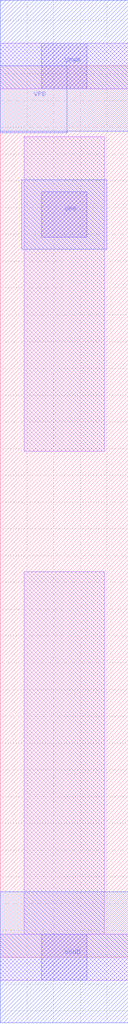
<source format=lef>
# Copyright 2020 The SkyWater PDK Authors
#
# Licensed under the Apache License, Version 2.0 (the "License");
# you may not use this file except in compliance with the License.
# You may obtain a copy of the License at
#
#     https://www.apache.org/licenses/LICENSE-2.0
#
# Unless required by applicable law or agreed to in writing, software
# distributed under the License is distributed on an "AS IS" BASIS,
# WITHOUT WARRANTIES OR CONDITIONS OF ANY KIND, either express or implied.
# See the License for the specific language governing permissions and
# limitations under the License.
#
# SPDX-License-Identifier: Apache-2.0

VERSION 5.5 ;
NAMESCASESENSITIVE ON ;
BUSBITCHARS "[]" ;
DIVIDERCHAR "/" ;
MACRO sky130_fd_sc_hs__tapvgnd_1
  CLASS CORE WELLTAP ;
  SOURCE USER ;
  ORIGIN  0.000000  0.000000 ;
  SIZE  0.480000 BY  3.330000 ;
  SYMMETRY X Y ;
  SITE unit ;
  PIN VGND
    DIRECTION INOUT ;
    USE GROUND ;
    PORT
      LAYER met1 ;
        RECT 0.000000 -0.245000 0.480000 0.245000 ;
    END
  END VGND
  PIN VPB
    DIRECTION INOUT ;
    USE POWER ;
    PORT
      LAYER met1 ;
        RECT 0.000000 3.080000 0.250000 3.330000 ;
    END
    PORT
      LAYER met1 ;
        RECT 0.080000 2.645000 0.400000 2.905000 ;
    END
  END VPB
  PIN VPWR
    DIRECTION INOUT ;
    USE POWER ;
    PORT
      LAYER met1 ;
        RECT 0.000000 3.085000 0.480000 3.575000 ;
    END
  END VPWR
  OBS
    LAYER li1 ;
      RECT 0.000000 -0.085000 0.480000 0.085000 ;
      RECT 0.000000  3.245000 0.480000 3.415000 ;
      RECT 0.090000  0.085000 0.390000 1.440000 ;
      RECT 0.090000  1.890000 0.390000 3.065000 ;
    LAYER mcon ;
      RECT 0.155000 -0.085000 0.325000 0.085000 ;
      RECT 0.155000  2.690000 0.325000 2.860000 ;
      RECT 0.155000  3.245000 0.325000 3.415000 ;
  END
END sky130_fd_sc_hs__tapvgnd_1
END LIBRARY

</source>
